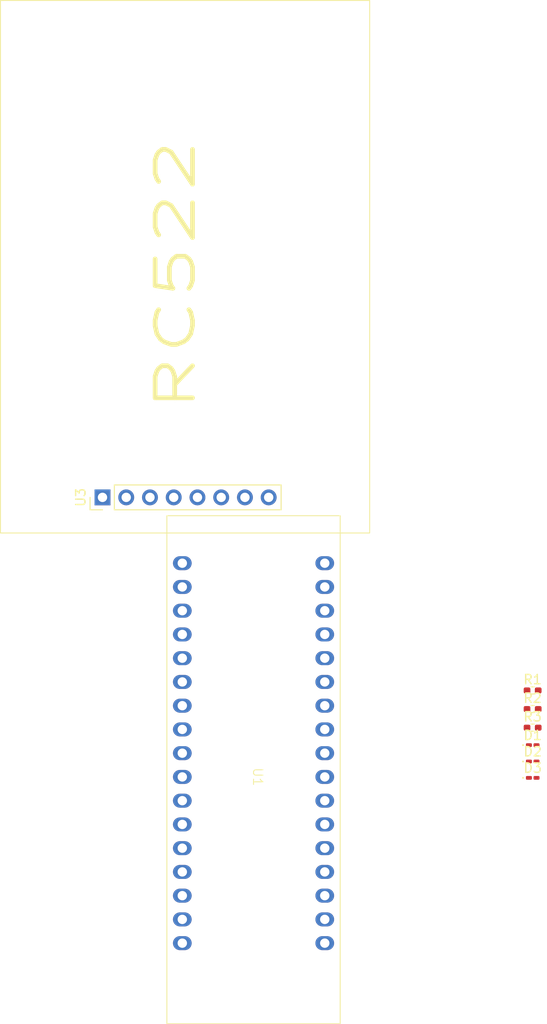
<source format=kicad_pcb>
(kicad_pcb (version 20240108) (generator "pcbnew") (generator_version "8.0")
  (layers (0 "F.Cu" signal) (31 "B.Cu" signal) (34 "B.Paste" user) (35 "F.Paste" user) (36 "B.SilkS" user "B.Silkscreen") (37 "F.SilkS" user "F.Silkscreen") (38 "B.Mask" user) (39 "F.Mask" user) (44 "Edge.Cuts" user))
  (net 0 "")
  (net 1 "GND")
  (net 2 "Net-(D1-A)")
  (net 3 "Net-(D2-A)")
  (net 4 "Net-(D3-A)")
  (net 5 "Net-(U1-IO1)")
  (net 6 "Net-(U1-IO2)")
  (net 7 "Net-(U1-IO3)")
  (net 9 "RST")
  (net 27 "MOSI")
  (net 32 "SDA")
  (net 36 "MISO")
  (net 38 "SCK")
  (net 40 "+3.3V")
  (footprint "Resistor_SMD:R_0402_1005Metric_Pad0.72x0.64mm_HandSolder" (layer "F.Cu") (at 141.5575 96.88)
    (property "Reference" "R3" (at 0 -1.17 0) (layer "F.SilkS"))
    (property "Value" "220")
    (fp_line (start -0.167621 -0.38) (end 0.167621 -0.38) (stroke (width 0.12)) (layer "F.SilkS"))
    (fp_line (start -0.167621 0.38) (end 0.167621 0.38) (stroke (width 0.12)) (layer "F.SilkS"))
    (pad "1" smd roundrect (at -0.5975 0) (size 0.715 0.64) (layers "F.Cu" "F.Paste" "F.Mask") (net 7 "Net-(U1-IO3)"))
    (pad "2" smd roundrect (at 0.5975 0) (size 0.715 0.64) (layers "F.Cu" "F.Paste" "F.Mask") (net 4 "Net-(D3-A)"))
  )
  (footprint "PCM_Espressif:ESP32-PROS3" (layer "F.Cu") (at 104.08 76.75 -90)
    (property "Reference" "U1" (at 25.4 -8.08 -90) (layer "F.SilkS") (effects (font (thickness 0.1))))
    (property "Value" "ProS3")
    (fp_rect (start -2.54 -16.89) (end 51.8 1.65) (stroke (width 0.1)) (fill none) (layer "F.SilkS"))
    (pad "1" thru_hole oval (at 2.54 -15.24 270) (size 1.5 2) (drill 1) (layers "*.Cu" "*.Mask"))
    (pad "2" thru_hole oval (at 5.08 -15.24 270) (size 1.5 2) (drill 1) (layers "*.Cu" "*.Mask"))
    (pad "3" thru_hole oval (at 7.62 -15.24 270) (size 1.5 2) (drill 1) (layers "*.Cu" "*.Mask"))
    (pad "4" thru_hole oval (at 10.16 -15.24 270) (size 1.5 2) (drill 1) (layers "*.Cu" "*.Mask"))
    (pad "5" thru_hole oval (at 12.7 -15.24 270) (size 1.5 2) (drill 1) (layers "*.Cu" "*.Mask") (net 5 "Net-(U1-IO1)"))
    (pad "6" thru_hole oval (at 15.24 -15.24 270) (size 1.5 2) (drill 1) (layers "*.Cu" "*.Mask") (net 6 "Net-(U1-IO2)"))
    (pad "7" thru_hole oval (at 17.78 -15.24 270) (size 1.5 2) (drill 1) (layers "*.Cu" "*.Mask") (net 7 "Net-(U1-IO3)"))
    (pad "8" thru_hole oval (at 20.32 -15.24 270) (size 1.5 2) (drill 1) (layers "*.Cu" "*.Mask"))
    (pad "9" thru_hole oval (at 22.86 -15.24 270) (size 1.5 2) (drill 1) (layers "*.Cu" "*.Mask"))
    (pad "10" thru_hole oval (at 25.4 -15.24 270) (size 1.5 2) (drill 1) (layers "*.Cu" "*.Mask"))
    (pad "11" thru_hole oval (at 27.94 -15.24 270) (size 1.5 2) (drill 1) (layers "*.Cu" "*.Mask"))
    (pad "12" thru_hole oval (at 30.48 -15.24 270) (size 1.5 2) (drill 1) (layers "*.Cu" "*.Mask"))
    (pad "13" thru_hole oval (at 33.02 -15.24 270) (size 1.5 2) (drill 1) (layers "*.Cu" "*.Mask"))
    (pad "14" thru_hole oval (at 35.56 -15.24 270) (size 1.5 2) (drill 1) (layers "*.Cu" "*.Mask"))
    (pad "15" thru_hole oval (at 38.1 -15.24 270) (size 1.5 2) (drill 1) (layers "*.Cu" "*.Mask"))
    (pad "16" thru_hole oval (at 40.64 -15.24 270) (size 1.5 2) (drill 1) (layers "*.Cu" "*.Mask"))
    (pad "17" thru_hole oval (at 43.18 -15.24 270) (size 1.5 2) (drill 1) (layers "*.Cu" "*.Mask"))
    (pad "18" thru_hole oval (at 43.18 0 270) (size 1.5 2) (drill 1) (layers "*.Cu" "*.Mask"))
    (pad "19" thru_hole oval (at 40.64 0 270) (size 1.5 2) (drill 1) (layers "*.Cu" "*.Mask"))
    (pad "20" thru_hole oval (at 38.1 0 270) (size 1.5 2) (drill 1) (layers "*.Cu" "*.Mask"))
    (pad "21" thru_hole oval (at 35.56 0 270) (size 1.5 2) (drill 1) (layers "*.Cu" "*.Mask"))
    (pad "22" thru_hole oval (at 33.02 0 270) (size 1.5 2) (drill 1) (layers "*.Cu" "*.Mask"))
    (pad "23" thru_hole oval (at 30.48 0 270) (size 1.5 2) (drill 1) (layers "*.Cu" "*.Mask"))
    (pad "24" thru_hole oval (at 27.94 0 270) (size 1.5 2) (drill 1) (layers "*.Cu" "*.Mask"))
    (pad "25" thru_hole oval (at 25.4 0 270) (size 1.5 2) (drill 1) (layers "*.Cu" "*.Mask"))
    (pad "26" thru_hole oval (at 22.86 0 270) (size 1.5 2) (drill 1) (layers "*.Cu" "*.Mask"))
    (pad "27" thru_hole oval (at 20.32 0 270) (size 1.5 2) (drill 1) (layers "*.Cu" "*.Mask"))
    (pad "28" thru_hole oval (at 17.78 0 270) (size 1.5 2) (drill 1) (layers "*.Cu" "*.Mask"))
    (pad "29" thru_hole oval (at 15.24 0 270) (size 1.5 2) (drill 1) (layers "*.Cu" "*.Mask") (net 32 "SDA"))
    (pad "30" thru_hole oval (at 12.7 0 270) (size 1.5 2) (drill 1) (layers "*.Cu" "*.Mask") (net 9 "RST"))
    (pad "31" thru_hole oval (at 10.16 0 270) (size 1.5 2) (drill 1) (layers "*.Cu" "*.Mask"))
    (pad "32" thru_hole oval (at 7.62 0 270) (size 1.5 2) (drill 1) (layers "*.Cu" "*.Mask") (net 38 "SCK"))
    (pad "33" thru_hole oval (at 5.08 0 270) (size 1.5 2) (drill 1) (layers "*.Cu" "*.Mask") (net 36 "MISO"))
    (pad "34" thru_hole oval (at 2.54 0 270) (size 1.5 2) (drill 1) (layers "*.Cu" "*.Mask") (net 27 "MOSI"))
  )
  (footprint "LED_SMD:LED_0201_0603Metric_Pad0.64x0.40mm_HandSolder" (layer "F.Cu") (at 141.5675 100.5)
    (property "Reference" "D2" (at 0 -1.05 0) (layer "F.SilkS"))
    (property "Value" "LED")
    (fp_circle (center -1.035 0) (end -0.985 0) (stroke (width 0.1)) (fill none) (layer "F.SilkS"))
    (pad "1" smd roundrect (at -0.4075 0) (size 0.635 0.4) (layers "F.Cu" "F.Mask") (net 1 "GND"))
    (pad "2" smd roundrect (at 0.4075 0) (size 0.635 0.4) (layers "F.Cu" "F.Mask") (net 3 "Net-(D2-A)"))
  )
  (footprint "Resistor_SMD:R_0402_1005Metric_Pad0.72x0.64mm_HandSolder" (layer "F.Cu") (at 141.5575 94.89)
    (property "Reference" "R2" (at 0 -1.17 0) (layer "F.SilkS"))
    (property "Value" "220")
    (fp_line (start -0.167621 -0.38) (end 0.167621 -0.38) (stroke (width 0.12)) (layer "F.SilkS"))
    (fp_line (start -0.167621 0.38) (end 0.167621 0.38) (stroke (width 0.12)) (layer "F.SilkS"))
    (pad "1" smd roundrect (at -0.5975 0) (size 0.715 0.64) (layers "F.Cu" "F.Paste" "F.Mask") (net 6 "Net-(U1-IO2)"))
    (pad "2" smd roundrect (at 0.5975 0) (size 0.715 0.64) (layers "F.Cu" "F.Paste" "F.Mask") (net 3 "Net-(D2-A)"))
  )
  (footprint "LED_SMD:LED_0201_0603Metric_Pad0.64x0.40mm_HandSolder" (layer "F.Cu") (at 141.5675 98.75)
    (property "Reference" "D1" (at 0 -1.05 0) (layer "F.SilkS"))
    (property "Value" "LED")
    (fp_circle (center -1.035 0) (end -0.985 0) (stroke (width 0.1)) (fill none) (layer "F.SilkS"))
    (pad "1" smd roundrect (at -0.4075 0) (size 0.635 0.4) (layers "F.Cu" "F.Mask") (net 1 "GND"))
    (pad "2" smd roundrect (at 0.4075 0) (size 0.635 0.4) (layers "F.Cu" "F.Mask") (net 2 "Net-(D1-A)"))
  )
  (footprint "LED_SMD:LED_0201_0603Metric_Pad0.64x0.40mm_HandSolder" (layer "F.Cu") (at 141.5675 102.25)
    (property "Reference" "D3" (at 0 -1.05 0) (layer "F.SilkS"))
    (property "Value" "LED")
    (fp_circle (center -1.035 0) (end -0.985 0) (stroke (width 0.1)) (fill none) (layer "F.SilkS"))
    (pad "1" smd roundrect (at -0.4075 0) (size 0.635 0.4) (layers "F.Cu" "F.Mask") (net 1 "GND"))
    (pad "2" smd roundrect (at 0.4075 0) (size 0.635 0.4) (layers "F.Cu" "F.Mask") (net 4 "Net-(D3-A)"))
  )
  (footprint "Resistor_SMD:R_0402_1005Metric_Pad0.72x0.64mm_HandSolder" (layer "F.Cu") (at 141.5575 92.9)
    (property "Reference" "R1" (at 0 -1.17 0) (layer "F.SilkS"))
    (property "Value" "220")
    (fp_line (start -0.167621 -0.38) (end 0.167621 -0.38) (stroke (width 0.12)) (layer "F.SilkS"))
    (fp_line (start -0.167621 0.38) (end 0.167621 0.38) (stroke (width 0.12)) (layer "F.SilkS"))
    (pad "1" smd roundrect (at -0.5975 0) (size 0.715 0.64) (layers "F.Cu" "F.Paste" "F.Mask") (net 5 "Net-(U1-IO1)"))
    (pad "2" smd roundrect (at 0.5975 0) (size 0.715 0.64) (layers "F.Cu" "F.Paste" "F.Mask") (net 2 "Net-(D1-A)"))
  )
  (footprint "Connector_PinHeader_2.54mm:PinHeader_1x08_P2.54mm_Vertical" (layer "F.Cu") (at 101.875 72.25 90)
    (property "Reference" "U3" (at 0 -8.665 -90) (layer "F.SilkS"))
    (property "Value" "RFID-RC522")
    (fp_line (start -1.33 -7.665) (end 0 -7.665) (stroke (width 0.12)) (layer "F.SilkS"))
    (fp_line (start -1.33 -6.335) (end -1.33 -7.665) (stroke (width 0.12)) (layer "F.SilkS"))
    (fp_line (start 1.33 -5.065) (end 1.33 12.775) (stroke (width 0.12)) (layer "F.SilkS"))
    (fp_line (start -1.33 -5.065) (end 1.33 -5.065) (stroke (width 0.12)) (layer "F.SilkS"))
    (fp_line (start -1.33 -5.065) (end -1.33 12.775) (stroke (width 0.12)) (layer "F.SilkS"))
    (fp_line (start -1.33 12.775) (end 1.33 12.775) (stroke (width 0.12)) (layer "F.SilkS"))
    (fp_rect (start -3.81 -17.25) (end 53.15 22.25) (stroke (width 0.1)) (fill none) (layer "F.SilkS"))
    (fp_text user "RC522" (at 8.89 3.81 90) (layer "F.SilkS") (effects (font (size 4 6) (thickness 0.5)) (justify left bottom)))
    (pad "1" thru_hole rect (at 0 -6.335 90) (size 1.7 1.7) (drill 1) (layers "*.Cu" "*.Mask") (net 32 "SDA"))
    (pad "2" thru_hole oval (at 0 -3.795 90) (size 1.7 1.7) (drill 1) (layers "*.Cu" "*.Mask") (net 38 "SCK"))
    (pad "3" thru_hole oval (at 0 -1.255 90) (size 1.7 1.7) (drill 1) (layers "*.Cu" "*.Mask") (net 27 "MOSI"))
    (pad "4" thru_hole oval (at 0 1.285 90) (size 1.7 1.7) (drill 1) (layers "*.Cu" "*.Mask") (net 36 "MISO"))
    (pad "5" thru_hole oval (at 0 3.825 90) (size 1.7 1.7) (drill 1) (layers "*.Cu" "*.Mask"))
    (pad "6" thru_hole oval (at 0 6.365 90) (size 1.7 1.7) (drill 1) (layers "*.Cu" "*.Mask") (net 1 "GND"))
    (pad "7" thru_hole oval (at 0 8.905 90) (size 1.7 1.7) (drill 1) (layers "*.Cu" "*.Mask") (net 9 "RST"))
    (pad "8" thru_hole oval (at 0 11.445 90) (size 1.7 1.7) (drill 1) (layers "*.Cu" "*.Mask") (net 40 "+3.3V"))
  )
)
</source>
